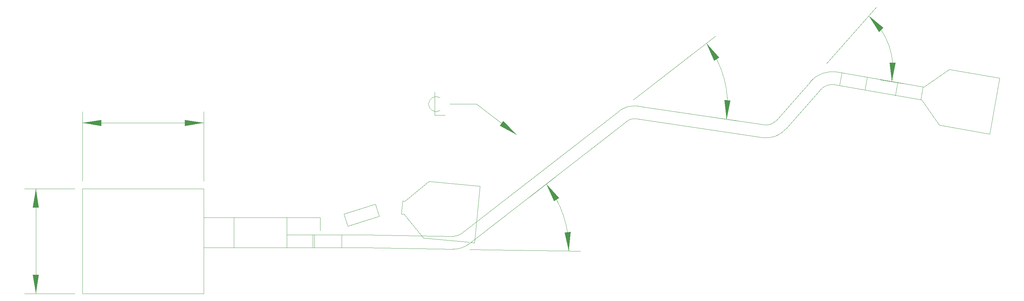
<source format=gbr>
*
G4_C Author: OrCAD GerbTool(tm) 8.1.1 Wed Jun 18 21:18:24 2003*
%LPD*%
%FSLAX34Y34*%
%MOIN*%
%AD*%
%ADD10R,0.050000X0.050000*%
%ADD11C,0.006000*%
%ADD12C,0.019000*%
%ADD13C,0.007900*%
%ADD14C,0.005000*%
%ADD15C,0.000800*%
%ADD16R,0.070000X0.025000*%
%ADD17R,0.068000X0.023000*%
%ADD18C,0.006000*%
%ADD19C,0.009800*%
%ADD20C,0.010000*%
%ADD21C,0.030000*%
%ADD22C,0.060000*%
%ADD23C,0.035000*%
%ADD24C,0.055000*%
%ADD25C,0.010000*%
%ADD26C,0.015000*%
%ADD27C,0.020000*%
%ADD28C,0.005920*%
%ADD29C,0.207760*%
%ADD30C,0.062980*%
%ADD55C,0.001000*%
G4_C OrCAD GerbTool Tool List *
G54D55*
G1X-788Y10945D2*
G1X-6021Y10945D1*
G1X-788Y0D2*
G1X-6021Y0D1*
G1X-4840Y10945D2*
G1X-4840Y5473D1*
G1X-4840Y0D1*
G36*
G54D55*
G1X-4525Y8976D2*
G1X-4840Y10945D1*
G1X-5155Y8976D1*
G1X-4525Y8976D1*
G54D55*
G1X-5155Y1969D2*
G1X-4840Y0D1*
G1X-4525Y1969D1*
G1X-5155Y1969D1*
G37*
G1X12598Y11732D2*
G1X12598Y18985D1*
G1X-1Y11732D2*
G1X-1Y18985D1*
G1X12598Y17804D2*
G1X6299Y17804D1*
G1X-1Y17804D1*
G36*
G54D55*
G1X10629Y17489D2*
G1X12598Y17804D1*
G1X10629Y18119D1*
G1X10629Y17489D1*
G54D55*
G1X1968Y18119D2*
G1X-1Y17804D1*
G1X1968Y17489D1*
G1X1968Y18119D1*
G37*
G1X40243Y4625D2*
G1X51734Y4438D1*
G1X46416Y10062D2*
G1X49142Y12187D1*
G1X50553Y4457D2*
G75*
G3X49981Y8159I-11098J181D1*
G3X48210Y11461I-10526J-3522D1*
G74*
G36*
G54D55*
G1X50553Y4457D2*
G1X50097Y6397D1*
G1X50725Y6443D1*
G1X50553Y4457D1*
G54D55*
G1X48210Y11461D2*
G1X49542Y9978D1*
G1X49013Y9636D1*
G1X48210Y11461D1*
G37*
G1X65198Y18451D2*
G1X68096Y18020D1*
G1X57254Y20207D2*
G1X65774Y26846D1*
G1X66928Y18194D2*
G75*
G3X66698Y22371I-10295J1529D1*
G3X64842Y26120I-10065J-2649D1*
G74*
G36*
G54D55*
G1X66928Y18194D2*
G1X66718Y20176D1*
G1X67347Y20143D1*
G1X66928Y18194D1*
G54D55*
G1X64842Y26120D2*
G1X66166Y24630D1*
G1X65635Y24291D1*
G1X64842Y26120D1*
G37*
G1X82868Y22331D2*
G1X85286Y21908D1*
G1X77309Y23987D2*
G1X82492Y29868D1*
G1X84122Y22112D2*
G75*
G3X83813Y25861I-7333J1284D1*
G3X81711Y28981I-7025J-2466D1*
G74*
G36*
G54D55*
G1X84122Y22112D2*
G1X83888Y24092D1*
G1X84518Y24066D1*
G1X84122Y22112D1*
G54D55*
G1X81711Y28981D2*
G1X83241Y27703D1*
G1X82766Y27290D1*
G1X81711Y28981D1*
G54D55*
G1X45114Y16574D2*
G1X43361Y17524D1*
G1X43745Y18024D1*
G1X45114Y16574D1*
G37*
G1X37138Y20436D2*
G1X36744Y20567D1*
G1X36350Y20436D1*
G1X36088Y20173D1*
G1X35957Y19780D1*
G1X36088Y19386D1*
G1X36350Y19123D1*
G1X36744Y18992D1*
G1X37138Y19123D1*
G1X36613Y21026D2*
G1X36613Y18598D1*
G1X37663Y18598D1*
G1X-1Y10945D2*
G1X-1Y0D1*
G1X35450Y5823D2*
G1X33392Y8307D1*
G1X27177Y8313D2*
G1X27584Y7040D1*
G1X12598Y10945D2*
G1X12598Y7953D1*
G1X12598Y4803D1*
G1X12598Y0D1*
G1X15739Y7953D2*
G1X15739Y4803D1*
G1X21251Y6614D2*
G1X21251Y6142D1*
G1X21251Y4803D1*
G1X21253Y7953D2*
G1X21250Y6614D1*
G1X30439Y9354D2*
G1X30846Y8081D1*
G1X23928Y6142D2*
G1X23928Y4803D1*
G1X24106Y6142D2*
G1X24106Y4803D1*
G1X26938Y6142D2*
G1X26938Y4803D1*
G1X24704Y7933D2*
G1X24698Y6597D1*
G1X30439Y9360D2*
G1X30439Y9354D1*
G1X33279Y9666D2*
G1X33279Y9660D1*
G1X33518Y9643D2*
G1X33518Y9638D1*
G1X45114Y16574D2*
G1X40943Y19780D1*
G1X36006Y11699D2*
G1X36006Y11693D1*
G1X41297Y11200D2*
G1X41297Y11194D1*
G1X33279Y9660D2*
G1X33153Y8330D1*
G1X12598Y0D2*
G1X-1Y0D1*
G1X29284Y4803D2*
G1X12598Y4803D1*
G1X38525Y4653D2*
G1X29305Y4803D1*
G1X38547Y5991D2*
G1X29327Y6142D1*
G1X40742Y5324D2*
G1X40380Y5358D1*
G1X40205Y5375D2*
G1X35450Y5823D1*
G1X33392Y8307D2*
G1X33153Y8330D1*
G1X33518Y9643D2*
G1X33279Y9666D1*
G1X36006Y11699D2*
G1X41297Y11200D1*
G1X41297Y11194D2*
G1X40742Y5324D1*
G1X29284Y6142D2*
G1X21251Y6142D1*
G1X21253Y7953D2*
G1X12598Y7953D1*
G1X12598Y10945D2*
G1X-1Y10945D1*
G1X24704Y7939D2*
G1X21253Y7953D1*
G1X70699Y16280D2*
G1X57554Y18232D1*
G1X70895Y17605D2*
G1X57751Y19556D1*
G1X94286Y16655D2*
G1X89050Y17572D1*
G1X40943Y19780D2*
G1X38187Y19780D1*
G1X87195Y20215D2*
G1X78232Y21784D1*
G1X87426Y21533D2*
G1X78462Y23103D1*
G1X90069Y23389D2*
G1X95304Y22472D1*
G1X89050Y17572D2*
G1X87195Y20215D1*
G1X78903Y23026D2*
G1X78672Y21707D1*
G1X81541Y22564D2*
G1X81310Y21245D1*
G1X84705Y22010D2*
G1X84474Y20691D1*
G1X87342Y21548D2*
G1X87112Y20229D1*
G1X94286Y16655D2*
G1X95304Y22472D1*
G1X33518Y9643D2*
G1X36006Y11699D1*
G1X75665Y22121D2*
G1X72061Y18031D1*
G1X76669Y21236D2*
G1X73065Y17146D1*
G1X55742Y19028D2*
G1X39367Y6266D1*
G1X56565Y17972D2*
G1X40189Y5210D1*
G1X87426Y21533D2*
G1X90069Y23389D1*
G1X30439Y9360D2*
G1X27177Y8319D1*
G1X30846Y8081D2*
G1X27584Y7040D1*
G1X38525Y4653D2*
G75*
G3X40189Y5210I43J2637D1*
G74*
G1X57554Y18232D2*
G75*
G3X56565Y17972I-191J-1285D1*
G74*
G1X70699Y16280D2*
G75*
G3X73065Y17146I387J2609D1*
G74*
G1X78232Y21784D2*
G75*
G3X76669Y21236I-292J-1668D1*
G74*
G1X78462Y23103D2*
G75*
G3X75665Y22121I-523J-2986D1*
G74*
G1X70895Y17605D2*
G75*
G3X72061Y18031I191J1285D1*
G74*
G1X57751Y19556D2*
G75*
G3X55742Y19028I-387J-2609D1*
G74*
G1X38547Y5991D2*
G75*
G3X39367Y6266I21J1299D1*
G74*
G1X29327Y6142D2*
G75*
G3X29284Y6142I-43J-2637D1*
G74*
G1X31212Y4496D2*
G1X31212Y4491D1*
M2*

</source>
